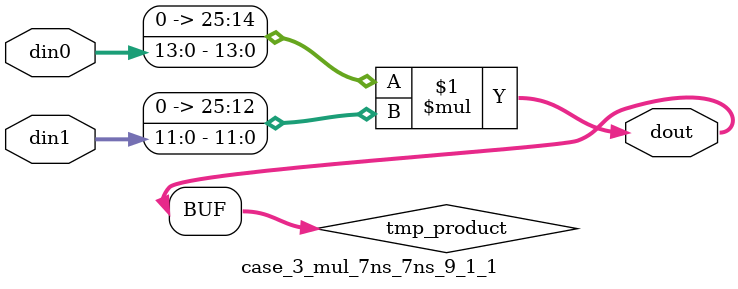
<source format=v>

`timescale 1 ns / 1 ps

 (* use_dsp = "no" *)  module case_3_mul_7ns_7ns_9_1_1(din0, din1, dout);
parameter ID = 1;
parameter NUM_STAGE = 0;
parameter din0_WIDTH = 14;
parameter din1_WIDTH = 12;
parameter dout_WIDTH = 26;

input [din0_WIDTH - 1 : 0] din0; 
input [din1_WIDTH - 1 : 0] din1; 
output [dout_WIDTH - 1 : 0] dout;

wire signed [dout_WIDTH - 1 : 0] tmp_product;
























assign tmp_product = $signed({1'b0, din0}) * $signed({1'b0, din1});











assign dout = tmp_product;





















endmodule

</source>
